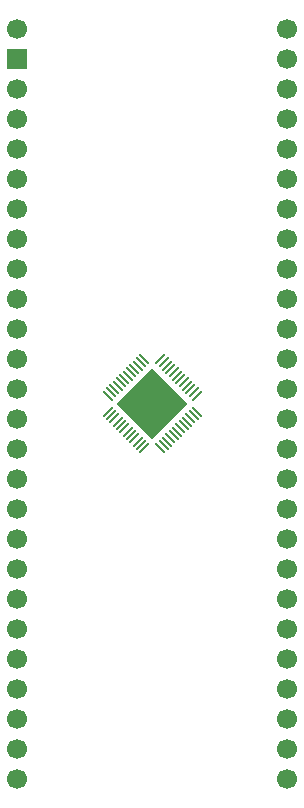
<source format=gts>
G04 #@! TF.GenerationSoftware,KiCad,Pcbnew,9.0.6*
G04 #@! TF.CreationDate,2026-01-02T14:07:30-06:00*
G04 #@! TF.ProjectId,QFN-48_6x6,51464e2d-3438-45f3-9678-362e6b696361,rev?*
G04 #@! TF.SameCoordinates,Original*
G04 #@! TF.FileFunction,Soldermask,Top*
G04 #@! TF.FilePolarity,Negative*
%FSLAX46Y46*%
G04 Gerber Fmt 4.6, Leading zero omitted, Abs format (unit mm)*
G04 Created by KiCad (PCBNEW 9.0.6) date 2026-01-02 14:07:30*
%MOMM*%
%LPD*%
G01*
G04 APERTURE LIST*
G04 Aperture macros list*
%AMRoundRect*
0 Rectangle with rounded corners*
0 $1 Rounding radius*
0 $2 $3 $4 $5 $6 $7 $8 $9 X,Y pos of 4 corners*
0 Add a 4 corners polygon primitive as box body*
4,1,4,$2,$3,$4,$5,$6,$7,$8,$9,$2,$3,0*
0 Add four circle primitives for the rounded corners*
1,1,$1+$1,$2,$3*
1,1,$1+$1,$4,$5*
1,1,$1+$1,$6,$7*
1,1,$1+$1,$8,$9*
0 Add four rect primitives between the rounded corners*
20,1,$1+$1,$2,$3,$4,$5,0*
20,1,$1+$1,$4,$5,$6,$7,0*
20,1,$1+$1,$6,$7,$8,$9,0*
20,1,$1+$1,$8,$9,$2,$3,0*%
%AMRotRect*
0 Rectangle, with rotation*
0 The origin of the aperture is its center*
0 $1 length*
0 $2 width*
0 $3 Rotation angle, in degrees counterclockwise*
0 Add horizontal line*
21,1,$1,$2,0,0,$3*%
G04 Aperture macros list end*
%ADD10RoundRect,0.050000X-0.424264X0.353553X0.353553X-0.424264X0.424264X-0.353553X-0.353553X0.424264X0*%
%ADD11RoundRect,0.050000X-0.424264X-0.353553X-0.353553X-0.424264X0.424264X0.353553X0.353553X0.424264X0*%
%ADD12RotRect,4.300000X4.300000X315.000000*%
%ADD13C,1.700000*%
%ADD14R,1.700000X1.700000*%
G04 APERTURE END LIST*
D10*
X137758249Y-116866979D03*
X137475406Y-117149821D03*
X137192562Y-117432665D03*
X136909720Y-117715507D03*
X136626878Y-117998350D03*
X136344034Y-118281193D03*
X136061193Y-118564034D03*
X135778350Y-118846878D03*
X135495507Y-119129720D03*
X135212665Y-119412562D03*
X134929821Y-119695406D03*
X134646979Y-119978249D03*
D11*
X134646979Y-121321751D03*
X134929821Y-121604594D03*
X135212665Y-121887438D03*
X135495507Y-122170280D03*
X135778350Y-122453122D03*
X136061193Y-122735966D03*
X136344034Y-123018807D03*
X136626878Y-123301650D03*
X136909720Y-123584493D03*
X137192562Y-123867335D03*
X137475406Y-124150179D03*
X137758249Y-124433021D03*
D10*
X139101751Y-124433021D03*
X139384594Y-124150179D03*
X139667438Y-123867335D03*
X139950280Y-123584493D03*
X140233122Y-123301650D03*
X140515966Y-123018807D03*
X140798807Y-122735966D03*
X141081650Y-122453122D03*
X141364493Y-122170280D03*
X141647335Y-121887438D03*
X141930179Y-121604594D03*
X142213021Y-121321751D03*
D11*
X142213021Y-119978249D03*
X141930179Y-119695406D03*
X141647335Y-119412562D03*
X141364493Y-119129720D03*
X141081650Y-118846878D03*
X140798807Y-118564034D03*
X140515966Y-118281193D03*
X140233122Y-117998350D03*
X139950280Y-117715507D03*
X139667438Y-117432665D03*
X139384594Y-117149821D03*
X139101751Y-116866979D03*
D12*
X138430000Y-120650000D03*
D13*
X127000000Y-88900000D03*
D14*
X127000000Y-91440000D03*
D13*
X127000000Y-93980000D03*
X127000000Y-96520000D03*
X127000000Y-99060000D03*
X127000000Y-101600000D03*
X127000000Y-104140000D03*
X127000000Y-106680000D03*
X127000000Y-109220000D03*
X127000000Y-111760000D03*
X127000000Y-114300000D03*
X127000000Y-116840000D03*
X127000000Y-119380000D03*
X127000000Y-121920000D03*
X127000000Y-124460000D03*
X127000000Y-127000000D03*
X127000000Y-129540000D03*
X127000000Y-132080000D03*
X127000000Y-134620000D03*
X127000000Y-137160000D03*
X127000000Y-139700000D03*
X127000000Y-142240000D03*
X127000000Y-144780000D03*
X127000000Y-147320000D03*
X127000000Y-149860000D03*
X127000000Y-152400000D03*
X149860000Y-88900000D03*
X149860000Y-91440000D03*
X149860000Y-93980000D03*
X149860000Y-96520000D03*
X149860000Y-99060000D03*
X149860000Y-101600000D03*
X149860000Y-104140000D03*
X149860000Y-106680000D03*
X149860000Y-109220000D03*
X149860000Y-111760000D03*
X149860000Y-114300000D03*
X149860000Y-116840000D03*
X149860000Y-119380000D03*
X149860000Y-121920000D03*
X149860000Y-124460000D03*
X149860000Y-127000000D03*
X149860000Y-129540000D03*
X149860000Y-132080000D03*
X149860000Y-134620000D03*
X149860000Y-137160000D03*
X149860000Y-139700000D03*
X149860000Y-142240000D03*
X149860000Y-144780000D03*
X149860000Y-147320000D03*
X149860000Y-149860000D03*
X149860000Y-152400000D03*
M02*

</source>
